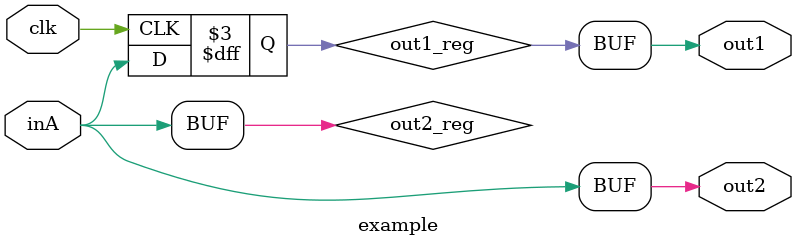
<source format=v>
`timescale 1ns / 1ps

module example (
    input wire inA,
    input wire clk,
    output wire out1,
    output wire out2
);

    reg out1_reg, out2_reg;


    always @(posedge clk) begin
        out1_reg <= inA;
    end

    always @(*) begin
        out2_reg <= inA;
    end

    assign out1 = out1_reg;
    assign out2 = out2_reg;

endmodule

</source>
